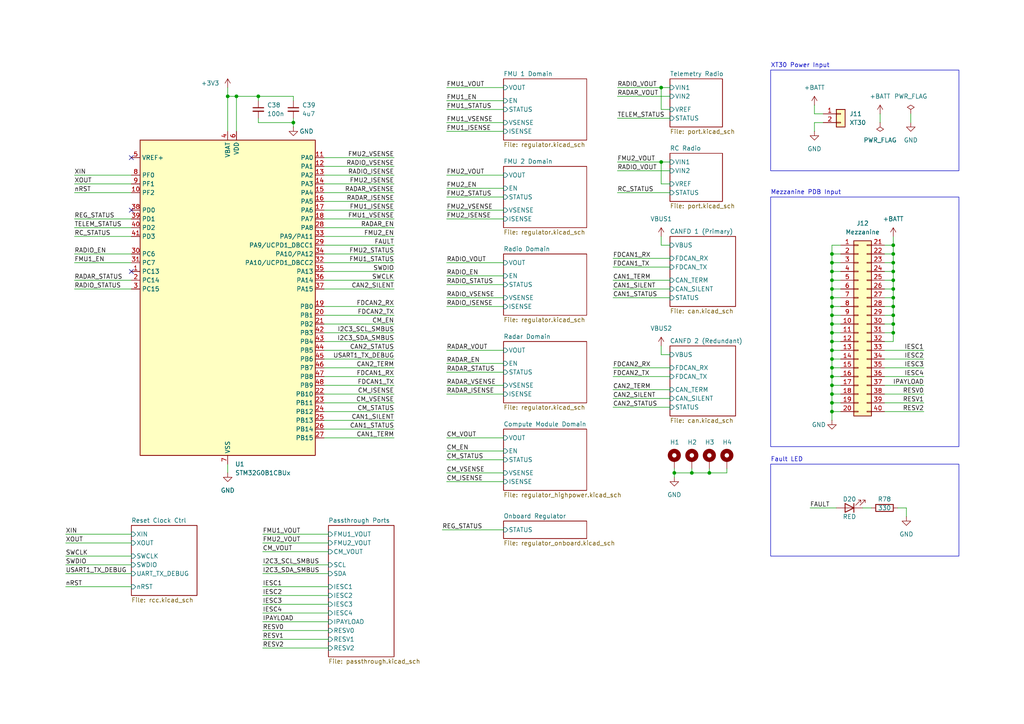
<source format=kicad_sch>
(kicad_sch (version 20250114) (generator "eeschema") (generator_version "9.0")
  (paper "A4")
  (lib_symbols
    (symbol "Connector_Generic:Conn_01x02" (pin_names (offset 1.016) (hide yes))
      (property "Reference" "J" (at 0 2.54 0))
      (property "Value" "Conn_01x02" (at 0 -5.08 0))
      (symbol "Conn_01x02_1_1"
        (rectangle (start -1.27 1.27) (end 1.27 -3.81) (stroke (width 0.254)) (fill (type background)))
        (rectangle (start -1.27 0.127) (end 0 -0.127) (stroke (width 0.1524)))
        (rectangle (start -1.27 -2.413) (end 0 -2.667) (stroke (width 0.1524)))
        (pin passive line (at -5.08 0 0) (length 3.81) (name "Pin_1") (number "1"))
        (pin passive line (at -5.08 -2.54 0) (length 3.81) (name "Pin_2") (number "2"))
      )
    )
    (symbol "Connector_Generic:Conn_02x20_Top_Bottom" (pin_names (offset 1.016) (hide yes))
      (property "Reference" "J" (at 1.27 25.4 0))
      (property "Value" "Conn_02x20_Top_Bottom" (at 1.27 -27.94 0))
      (symbol "Conn_02x20_Top_Bottom_1_1"
        (rectangle (start -1.27 24.13) (end 3.81 -26.67) (stroke (width 0.254)) (fill (type background)))
        (rectangle (start -1.27 22.987) (end 0 22.733) (stroke (width 0.1524)))
        (rectangle (start -1.27 20.447) (end 0 20.193) (stroke (width 0.1524)))
        (rectangle (start -1.27 17.907) (end 0 17.653) (stroke (width 0.1524)))
        (rectangle (start -1.27 15.367) (end 0 15.113) (stroke (width 0.1524)))
        (rectangle (start -1.27 12.827) (end 0 12.573) (stroke (width 0.1524)))
        (rectangle (start -1.27 10.287) (end 0 10.033) (stroke (width 0.1524)))
        (rectangle (start -1.27 7.747) (end 0 7.493) (stroke (width 0.1524)))
        (rectangle (start -1.27 5.207) (end 0 4.953) (stroke (width 0.1524)))
        (rectangle (start -1.27 2.667) (end 0 2.413) (stroke (width 0.1524)))
        (rectangle (start -1.27 0.127) (end 0 -0.127) (stroke (width 0.1524)))
        (rectangle (start -1.27 -2.413) (end 0 -2.667) (stroke (width 0.1524)))
        (rectangle (start -1.27 -4.953) (end 0 -5.207) (stroke (width 0.1524)))
        (rectangle (start -1.27 -7.493) (end 0 -7.747) (stroke (width 0.1524)))
        (rectangle (start -1.27 -10.033) (end 0 -10.287) (stroke (width 0.1524)))
        (rectangle (start -1.27 -12.573) (end 0 -12.827) (stroke (width 0.1524)))
        (rectangle (start -1.27 -15.113) (end 0 -15.367) (stroke (width 0.1524)))
        (rectangle (start -1.27 -17.653) (end 0 -17.907) (stroke (width 0.1524)))
        (rectangle (start -1.27 -20.193) (end 0 -20.447) (stroke (width 0.1524)))
        (rectangle (start -1.27 -22.733) (end 0 -22.987) (stroke (width 0.1524)))
        (rectangle (start -1.27 -25.273) (end 0 -25.527) (stroke (width 0.1524)))
        (rectangle (start 3.81 22.987) (end 2.54 22.733) (stroke (width 0.1524)))
        (rectangle (start 3.81 20.447) (end 2.54 20.193) (stroke (width 0.1524)))
        (rectangle (start 3.81 17.907) (end 2.54 17.653) (stroke (width 0.1524)))
        (rectangle (start 3.81 15.367) (end 2.54 15.113) (stroke (width 0.1524)))
        (rectangle (start 3.81 12.827) (end 2.54 12.573) (stroke (width 0.1524)))
        (rectangle (start 3.81 10.287) (end 2.54 10.033) (stroke (width 0.1524)))
        (rectangle (start 3.81 7.747) (end 2.54 7.493) (stroke (width 0.1524)))
        (rectangle (start 3.81 5.207) (end 2.54 4.953) (stroke (width 0.1524)))
        (rectangle (start 3.81 2.667) (end 2.54 2.413) (stroke (width 0.1524)))
        (rectangle (start 3.81 0.127) (end 2.54 -0.127) (stroke (width 0.1524)))
        (rectangle (start 3.81 -2.413) (end 2.54 -2.667) (stroke (width 0.1524)))
        (rectangle (start 3.81 -4.953) (end 2.54 -5.207) (stroke (width 0.1524)))
        (rectangle (start 3.81 -7.493) (end 2.54 -7.747) (stroke (width 0.1524)))
        (rectangle (start 3.81 -10.033) (end 2.54 -10.287) (stroke (width 0.1524)))
        (rectangle (start 3.81 -12.573) (end 2.54 -12.827) (stroke (width 0.1524)))
        (rectangle (start 3.81 -15.113) (end 2.54 -15.367) (stroke (width 0.1524)))
        (rectangle (start 3.81 -17.653) (end 2.54 -17.907) (stroke (width 0.1524)))
        (rectangle (start 3.81 -20.193) (end 2.54 -20.447) (stroke (width 0.1524)))
        (rectangle (start 3.81 -22.733) (end 2.54 -22.987) (stroke (width 0.1524)))
        (rectangle (start 3.81 -25.273) (end 2.54 -25.527) (stroke (width 0.1524)))
        (pin passive line (at -5.08 22.86 0) (length 3.81) (name "Pin_1") (number "1"))
        (pin passive line (at -5.08 20.32 0) (length 3.81) (name "Pin_2") (number "2"))
        (pin passive line (at -5.08 17.78 0) (length 3.81) (name "Pin_3") (number "3"))
        (pin passive line (at -5.08 15.24 0) (length 3.81) (name "Pin_4") (number "4"))
        (pin passive line (at -5.08 12.7 0) (length 3.81) (name "Pin_5") (number "5"))
        (pin passive line (at -5.08 10.16 0) (length 3.81) (name "Pin_6") (number "6"))
        (pin passive line (at -5.08 7.62 0) (length 3.81) (name "Pin_7") (number "7"))
        (pin passive line (at -5.08 5.08 0) (length 3.81) (name "Pin_8") (number "8"))
        (pin passive line (at -5.08 2.54 0) (length 3.81) (name "Pin_9") (number "9"))
        (pin passive line (at -5.08 0 0) (length 3.81) (name "Pin_10") (number "10"))
        (pin passive line (at -5.08 -2.54 0) (length 3.81) (name "Pin_11") (number "11"))
        (pin passive line (at -5.08 -5.08 0) (length 3.81) (name "Pin_12") (number "12"))
        (pin passive line (at -5.08 -7.62 0) (length 3.81) (name "Pin_13") (number "13"))
        (pin passive line (at -5.08 -10.16 0) (length 3.81) (name "Pin_14") (number "14"))
        (pin passive line (at -5.08 -12.7 0) (length 3.81) (name "Pin_15") (number "15"))
        (pin passive line (at -5.08 -15.24 0) (length 3.81) (name "Pin_16") (number "16"))
        (pin passive line (at -5.08 -17.78 0) (length 3.81) (name "Pin_17") (number "17"))
        (pin passive line (at -5.08 -20.32 0) (length 3.81) (name "Pin_18") (number "18"))
        (pin passive line (at -5.08 -22.86 0) (length 3.81) (name "Pin_19") (number "19"))
        (pin passive line (at -5.08 -25.4 0) (length 3.81) (name "Pin_20") (number "20"))
        (pin passive line (at 7.62 22.86 180) (length 3.81) (name "Pin_21") (number "21"))
        (pin passive line (at 7.62 20.32 180) (length 3.81) (name "Pin_22") (number "22"))
        (pin passive line (at 7.62 17.78 180) (length 3.81) (name "Pin_23") (number "23"))
        (pin passive line (at 7.62 15.24 180) (length 3.81) (name "Pin_24") (number "24"))
        (pin passive line (at 7.62 12.7 180) (length 3.81) (name "Pin_25") (number "25"))
        (pin passive line (at 7.62 10.16 180) (length 3.81) (name "Pin_26") (number "26"))
        (pin passive line (at 7.62 7.62 180) (length 3.81) (name "Pin_27") (number "27"))
        (pin passive line (at 7.62 5.08 180) (length 3.81) (name "Pin_28") (number "28"))
        (pin passive line (at 7.62 2.54 180) (length 3.81) (name "Pin_29") (number "29"))
        (pin passive line (at 7.62 0 180) (length 3.81) (name "Pin_30") (number "30"))
        (pin passive line (at 7.62 -2.54 180) (length 3.81) (name "Pin_31") (number "31"))
        (pin passive line (at 7.62 -5.08 180) (length 3.81) (name "Pin_32") (number "32"))
        (pin passive line (at 7.62 -7.62 180) (length 3.81) (name "Pin_33") (number "33"))
        (pin passive line (at 7.62 -10.16 180) (length 3.81) (name "Pin_34") (number "34"))
        (pin passive line (at 7.62 -12.7 180) (length 3.81) (name "Pin_35") (number "35"))
        (pin passive line (at 7.62 -15.24 180) (length 3.81) (name "Pin_36") (number "36"))
        (pin passive line (at 7.62 -17.78 180) (length 3.81) (name "Pin_37") (number "37"))
        (pin passive line (at 7.62 -20.32 180) (length 3.81) (name "Pin_38") (number "38"))
        (pin passive line (at 7.62 -22.86 180) (length 3.81) (name "Pin_39") (number "39"))
        (pin passive line (at 7.62 -25.4 180) (length 3.81) (name "Pin_40") (number "40"))
      )
    )
    (symbol "Device:C_Small" (pin_numbers (hide yes)) (pin_names (offset 0.254) (hide yes))
      (property "Reference" "C" (at 0.254 1.778 0))
      (property "Value" "C_Small" (at 0.254 -2.032 0))
      (symbol "C_Small_0_1"
        (polyline (pts (xy -1.524 0.508) (xy 1.524 0.508)) (stroke (width 0.3048)))
        (polyline (pts (xy -1.524 -0.508) (xy 1.524 -0.508)) (stroke (width 0.3302)))
      )
      (symbol "C_Small_1_1"
        (pin passive line (at 0 2.54 270) (length 2.032) (name "~") (number "1"))
        (pin passive line (at 0 -2.54 90) (length 2.032) (name "~") (number "2"))
      )
    )
    (symbol "Device:LED" (pin_numbers (hide yes)) (pin_names (offset 1.016) (hide yes))
      (property "Reference" "D" (at 0 2.54 0))
      (property "Value" "LED" (at 0 -2.54 0))
      (symbol "LED_0_1"
        (polyline (pts (xy -3.048 -0.762) (xy -4.572 -2.286) (xy -3.81 -2.286) (xy -4.572 -2.286) (xy -4.572 -1.524)))
        (polyline (pts (xy -1.778 -0.762) (xy -3.302 -2.286) (xy -2.54 -2.286) (xy -3.302 -2.286) (xy -3.302 -1.524)))
        (polyline (pts (xy -1.27 0) (xy 1.27 0)))
        (polyline (pts (xy -1.27 -1.27) (xy -1.27 1.27)) (stroke (width 0.254)))
        (polyline (pts (xy 1.27 -1.27) (xy 1.27 1.27) (xy -1.27 0) (xy 1.27 -1.27)) (stroke (width 0.254)))
      )
      (symbol "LED_1_1"
        (pin passive line (at -3.81 0 0) (length 2.54) (name "K") (number "1"))
        (pin passive line (at 3.81 0 180) (length 2.54) (name "A") (number "2"))
      )
    )
    (symbol "Device:R" (pin_numbers (hide yes)) (pin_names (offset 0))
      (property "Reference" "R" (at 2.032 0 90))
      (property "Value" "R" (at 0 0 90))
      (symbol "R_0_1"
        (rectangle (start -1.016 -2.54) (end 1.016 2.54) (stroke (width 0.254)))
      )
      (symbol "R_1_1"
        (pin passive line (at 0 3.81 270) (length 1.27) (name "~") (number "1"))
        (pin passive line (at 0 -3.81 90) (length 1.27) (name "~") (number "2"))
      )
    )
    (symbol "MCU_ST_STM32G0:STM32G0B1CBUx"
      (property "Reference" "U" (at -25.4 46.99 0))
      (property "Value" "STM32G0B1CBUx" (at 5.08 46.99 0))
      (symbol "STM32G0B1CBUx_0_1"
        (rectangle (start -25.4 -45.72) (end 25.4 45.72) (stroke (width 0.254)) (fill (type background)))
      )
      (symbol "STM32G0B1CBUx_1_1"
        (pin input line (at -27.94 40.64 0) (length 2.54) (name "VREF+") (number "5"))
        (pin bidirectional line (at -27.94 35.56 0) (length 2.54) (name "PF0") (number "8"))
        (pin bidirectional line (at -27.94 33.02 0) (length 2.54) (name "PF1") (number "9"))
        (pin bidirectional line (at -27.94 30.48 0) (length 2.54) (name "PF2") (number "10"))
        (pin bidirectional line (at -27.94 25.4 0) (length 2.54) (name "PD0") (number "38"))
        (pin bidirectional line (at -27.94 22.86 0) (length 2.54) (name "PD1") (number "39"))
        (pin bidirectional line (at -27.94 20.32 0) (length 2.54) (name "PD2") (number "40"))
        (pin bidirectional line (at -27.94 17.78 0) (length 2.54) (name "PD3") (number "41"))
        (pin bidirectional line (at -27.94 12.7 0) (length 2.54) (name "PC6") (number "30"))
        (pin bidirectional line (at -27.94 10.16 0) (length 2.54) (name "PC7") (number "31"))
        (pin bidirectional line (at -27.94 7.62 0) (length 2.54) (name "PC13") (number "1"))
        (pin bidirectional line (at -27.94 5.08 0) (length 2.54) (name "PC14") (number "2"))
        (pin bidirectional line (at -27.94 2.54 0) (length 2.54) (name "PC15") (number "3"))
        (pin power_in line (at 0 48.26 270) (length 2.54) (name "VBAT") (number "4"))
        (pin passive line (at 0 -48.26 90) (length 2.54) (hide yes) (name "VSS") (number "49"))
        (pin power_in line (at 0 -48.26 90) (length 2.54) (name "VSS") (number "7"))
        (pin power_in line (at 2.54 48.26 270) (length 2.54) (name "VDD") (number "6"))
        (pin bidirectional line (at 27.94 40.64 180) (length 2.54) (name "PA0") (number "11"))
        (pin bidirectional line (at 27.94 38.1 180) (length 2.54) (name "PA1") (number "12"))
        (pin bidirectional line (at 27.94 35.56 180) (length 2.54) (name "PA2") (number "13"))
        (pin bidirectional line (at 27.94 33.02 180) (length 2.54) (name "PA3") (number "14"))
        (pin bidirectional line (at 27.94 30.48 180) (length 2.54) (name "PA4") (number "15"))
        (pin bidirectional line (at 27.94 27.94 180) (length 2.54) (name "PA5") (number "16"))
        (pin bidirectional line (at 27.94 25.4 180) (length 2.54) (name "PA6") (number "17"))
        (pin bidirectional line (at 27.94 22.86 180) (length 2.54) (name "PA7") (number "18"))
        (pin bidirectional line (at 27.94 20.32 180) (length 2.54) (name "PA8") (number "28"))
        (pin bidirectional line (at 27.94 17.78 180) (length 2.54) (name "PA9/PA11") (number "33"))
        (pin bidirectional line (at 27.94 15.24 180) (length 2.54) (name "PA9/UCPD1_DBCC1") (number "29"))
        (pin bidirectional line (at 27.94 12.7 180) (length 2.54) (name "PA10/PA12") (number "34"))
        (pin bidirectional line (at 27.94 10.16 180) (length 2.54) (name "PA10/UCPD1_DBCC2") (number "32"))
        (pin bidirectional line (at 27.94 7.62 180) (length 2.54) (name "PA13") (number "35"))
        (pin bidirectional line (at 27.94 5.08 180) (length 2.54) (name "PA14") (number "36"))
        (pin bidirectional line (at 27.94 2.54 180) (length 2.54) (name "PA15") (number "37"))
        (pin bidirectional line (at 27.94 -2.54 180) (length 2.54) (name "PB0") (number "19"))
        (pin bidirectional line (at 27.94 -5.08 180) (length 2.54) (name "PB1") (number "20"))
        (pin bidirectional line (at 27.94 -7.62 180) (length 2.54) (name "PB2") (number "21"))
        (pin bidirectional line (at 27.94 -10.16 180) (length 2.54) (name "PB3") (number "42"))
        (pin bidirectional line (at 27.94 -12.7 180) (length 2.54) (name "PB4") (number "43"))
        (pin bidirectional line (at 27.94 -15.24 180) (length 2.54) (name "PB5") (number "44"))
        (pin bidirectional line (at 27.94 -17.78 180) (length 2.54) (name "PB6") (number "45"))
        (pin bidirectional line (at 27.94 -20.32 180) (length 2.54) (name "PB7") (number "46"))
        (pin bidirectional line (at 27.94 -22.86 180) (length 2.54) (name "PB8") (number "47"))
        (pin bidirectional line (at 27.94 -25.4 180) (length 2.54) (name "PB9") (number "48"))
        (pin bidirectional line (at 27.94 -27.94 180) (length 2.54) (name "PB10") (number "22"))
        (pin bidirectional line (at 27.94 -30.48 180) (length 2.54) (name "PB11") (number "23"))
        (pin bidirectional line (at 27.94 -33.02 180) (length 2.54) (name "PB12") (number "24"))
        (pin bidirectional line (at 27.94 -35.56 180) (length 2.54) (name "PB13") (number "25"))
        (pin bidirectional line (at 27.94 -38.1 180) (length 2.54) (name "PB14") (number "26"))
        (pin bidirectional line (at 27.94 -40.64 180) (length 2.54) (name "PB15") (number "27"))
      )
    )
    (symbol "Mechanical:MountingHole_Pad" (pin_numbers (hide yes)) (pin_names (offset 1.016) (hide yes)) (in_bom no)
      (property "Reference" "H" (at 0 6.35 0))
      (property "Value" "MountingHole_Pad" (at 0 4.445 0))
      (symbol "MountingHole_Pad_0_1"
        (circle (center 0 1.27) (radius 1.27) (stroke (width 1.27)))
      )
      (symbol "MountingHole_Pad_1_1"
        (pin input line (at 0 -2.54 90) (length 2.54) (name "1") (number "1"))
      )
    )
    (symbol "power:+3V3" (power) (pin_numbers (hide yes)) (pin_names (offset 0) (hide yes))
      (property "Value" "+3V3" (at 0 3.556 0))
      (symbol "+3V3_0_1"
        (polyline (pts (xy -0.762 1.27) (xy 0 2.54)))
        (polyline (pts (xy 0 2.54) (xy 0.762 1.27)))
        (polyline (pts (xy 0 0) (xy 0 2.54)))
      )
      (symbol "+3V3_1_1"
        (pin power_in line (at 0 0 90) (length 0) (name "~") (number "1"))
      )
    )
    (symbol "power:+BATT" (power) (pin_numbers (hide yes)) (pin_names (offset 0) (hide yes))
      (property "Value" "+BATT" (at 0 3.556 0))
      (symbol "+BATT_0_1"
        (polyline (pts (xy -0.762 1.27) (xy 0 2.54)))
        (polyline (pts (xy 0 2.54) (xy 0.762 1.27)))
        (polyline (pts (xy 0 0) (xy 0 2.54)))
      )
      (symbol "+BATT_1_1"
        (pin power_in line (at 0 0 90) (length 0) (name "~") (number "1"))
      )
    )
    (symbol "power:GND" (power) (pin_numbers (hide yes)) (pin_names (offset 0) (hide yes))
      (property "Value" "GND" (at 0 -3.81 0))
      (symbol "GND_0_1"
        (polyline (pts (xy 0 0) (xy 0 -1.27) (xy 1.27 -1.27) (xy 0 -2.54) (xy -1.27 -1.27) (xy 0 -1.27)))
      )
      (symbol "GND_1_1"
        (pin power_in line (at 0 0 270) (length 0) (name "~") (number "1"))
      )
    )
    (symbol "power:PWR_FLAG" (power) (pin_numbers (hide yes)) (pin_names (offset 0) (hide yes))
      (property "Value" "PWR_FLAG" (at 0 3.81 0))
      (symbol "PWR_FLAG_0_0"
        (pin power_out line (at 0 0 90) (length 0) (name "~") (number "1"))
      )
      (symbol "PWR_FLAG_0_1"
        (polyline (pts (xy 0 0) (xy 0 1.27) (xy -1.016 1.905) (xy 0 2.54) (xy 1.016 1.905) (xy 0 1.27)))
      )
    )
    (symbol "power:VBUS" (power) (pin_numbers (hide yes)) (pin_names (offset 0) (hide yes))
      (property "Value" "VBUS" (at 0 3.556 0))
      (symbol "VBUS_0_1"
        (polyline (pts (xy -0.762 1.27) (xy 0 2.54)))
        (polyline (pts (xy 0 2.54) (xy 0.762 1.27)))
        (polyline (pts (xy 0 0) (xy 0 2.54)))
      )
      (symbol "VBUS_1_1"
        (pin power_in line (at 0 0 90) (length 0) (name "~") (number "1"))
      )
    )
  )
  (rectangle (start 223.52 57.15) (end 278.13 129.54))
  (rectangle (start 223.52 134.62) (end 278.13 161.29))
  (rectangle (start 223.52 20.32) (end 278.13 49.53))
  (text "Fault LED" (at 223.52 133.35 0) (effects (font (size 1.27 1.27)) (justify left)))
  (text "XT30 Power Input" (at 223.52 19.05 0) (effects (font (size 1.27 1.27)) (justify left)))
  (text "Mezzanine PDB Input" (at 223.52 55.88 0) (effects (font (size 1.27 1.27)) (justify left)))
  (junction (at 241.3 78.74))
  (junction (at 241.3 81.28))
  (junction (at 241.3 104.14))
  (junction (at 241.3 111.76))
  (junction (at 241.3 119.38))
  (junction (at 241.3 91.44))
  (junction (at 74.93 27.94))
  (junction (at 241.3 106.68))
  (junction (at 241.3 73.66))
  (junction (at 191.77 46.99))
  (junction (at 259.08 78.74))
  (junction (at 195.58 137.16))
  (junction (at 259.08 81.28))
  (junction (at 241.3 86.36))
  (junction (at 241.3 83.82))
  (junction (at 66.04 27.94))
  (junction (at 68.58 27.94))
  (junction (at 259.08 88.9))
  (junction (at 205.74 137.16))
  (junction (at 241.3 99.06))
  (junction (at 259.08 73.66))
  (junction (at 259.08 96.52))
  (junction (at 259.08 76.2))
  (junction (at 241.3 88.9))
  (junction (at 241.3 116.84))
  (junction (at 241.3 93.98))
  (junction (at 259.08 91.44))
  (junction (at 259.08 93.98))
  (junction (at 241.3 96.52))
  (junction (at 85.09 35.56))
  (junction (at 200.66 137.16))
  (junction (at 191.77 25.4))
  (junction (at 241.3 109.22))
  (junction (at 259.08 83.82))
  (junction (at 241.3 114.3))
  (junction (at 241.3 76.2))
  (junction (at 259.08 71.12))
  (junction (at 241.3 101.6))
  (junction (at 259.08 86.36))
  (no_connect (at 38.1 60.96))
  (no_connect (at 38.1 45.72))
  (no_connect (at 38.1 78.74))
  (wire (pts (xy 93.98 127) (xy 114.3 127)))
  (wire (pts (xy 250.19 147.32) (xy 252.73 147.32)))
  (wire (pts (xy 256.54 96.52) (xy 259.08 96.52)))
  (wire (pts (xy 93.98 109.22) (xy 114.3 109.22)))
  (wire (pts (xy 93.98 104.14) (xy 114.3 104.14)))
  (wire (pts (xy 241.3 96.52) (xy 243.84 96.52)))
  (wire (pts (xy 191.77 100.33) (xy 191.77 102.87)))
  (wire (pts (xy 93.98 45.72) (xy 114.3 45.72)))
  (wire (pts (xy 68.58 27.94) (xy 68.58 38.1)))
  (wire (pts (xy 241.3 83.82) (xy 241.3 86.36)))
  (wire (pts (xy 129.54 105.41) (xy 146.05 105.41)))
  (wire (pts (xy 259.08 99.06) (xy 256.54 99.06)))
  (wire (pts (xy 74.93 27.94) (xy 85.09 27.94)))
  (wire (pts (xy 21.59 66.04) (xy 38.1 66.04)))
  (wire (pts (xy 129.54 101.6) (xy 146.05 101.6)))
  (wire (pts (xy 129.54 139.7) (xy 146.05 139.7)))
  (wire (pts (xy 129.54 107.95) (xy 146.05 107.95)))
  (wire (pts (xy 259.08 68.58) (xy 259.08 71.12)))
  (wire (pts (xy 241.3 106.68) (xy 243.84 106.68)))
  (wire (pts (xy 76.2 177.8) (xy 95.25 177.8)))
  (wire (pts (xy 259.08 86.36) (xy 259.08 88.9)))
  (wire (pts (xy 19.05 154.94) (xy 38.1 154.94)))
  (wire (pts (xy 191.77 71.12) (xy 194.31 71.12)))
  (wire (pts (xy 259.08 83.82) (xy 259.08 86.36)))
  (wire (pts (xy 259.08 88.9) (xy 259.08 91.44)))
  (wire (pts (xy 85.09 34.29) (xy 85.09 35.56)))
  (wire (pts (xy 128.27 153.67) (xy 146.05 153.67)))
  (wire (pts (xy 195.58 137.16) (xy 195.58 138.43)))
  (wire (pts (xy 241.3 78.74) (xy 243.84 78.74)))
  (wire (pts (xy 93.98 111.76) (xy 114.3 111.76)))
  (wire (pts (xy 259.08 73.66) (xy 259.08 76.2)))
  (wire (pts (xy 21.59 83.82) (xy 38.1 83.82)))
  (wire (pts (xy 194.31 31.75) (xy 191.77 31.75)))
  (wire (pts (xy 93.98 71.12) (xy 114.3 71.12)))
  (wire (pts (xy 177.8 113.03) (xy 194.31 113.03)))
  (wire (pts (xy 259.08 93.98) (xy 256.54 93.98)))
  (wire (pts (xy 129.54 137.16) (xy 146.05 137.16)))
  (wire (pts (xy 74.93 35.56) (xy 74.93 34.29)))
  (wire (pts (xy 76.2 163.83) (xy 95.25 163.83)))
  (wire (pts (xy 76.2 166.37) (xy 95.25 166.37)))
  (wire (pts (xy 21.59 68.58) (xy 38.1 68.58)))
  (wire (pts (xy 177.8 83.82) (xy 194.31 83.82)))
  (wire (pts (xy 179.07 49.53) (xy 194.31 49.53)))
  (wire (pts (xy 191.77 31.75) (xy 191.77 25.4)))
  (wire (pts (xy 241.3 116.84) (xy 241.3 119.38)))
  (wire (pts (xy 243.84 114.3) (xy 241.3 114.3)))
  (wire (pts (xy 129.54 29.21) (xy 146.05 29.21)))
  (wire (pts (xy 93.98 68.58) (xy 114.3 68.58)))
  (wire (pts (xy 66.04 25.4) (xy 66.04 27.94)))
  (wire (pts (xy 191.77 68.58) (xy 191.77 71.12)))
  (wire (pts (xy 21.59 73.66) (xy 38.1 73.66)))
  (wire (pts (xy 241.3 88.9) (xy 243.84 88.9)))
  (wire (pts (xy 195.58 137.16) (xy 200.66 137.16)))
  (wire (pts (xy 241.3 104.14) (xy 241.3 106.68)))
  (wire (pts (xy 241.3 109.22) (xy 241.3 111.76)))
  (wire (pts (xy 179.07 55.88) (xy 194.31 55.88)))
  (wire (pts (xy 256.54 73.66) (xy 259.08 73.66)))
  (wire (pts (xy 85.09 35.56) (xy 74.93 35.56)))
  (wire (pts (xy 262.89 147.32) (xy 262.89 149.86)))
  (wire (pts (xy 243.84 119.38) (xy 241.3 119.38)))
  (wire (pts (xy 243.84 116.84) (xy 241.3 116.84)))
  (wire (pts (xy 93.98 63.5) (xy 114.3 63.5)))
  (wire (pts (xy 243.84 83.82) (xy 241.3 83.82)))
  (wire (pts (xy 179.07 46.99) (xy 191.77 46.99)))
  (wire (pts (xy 259.08 81.28) (xy 259.08 83.82)))
  (wire (pts (xy 200.66 135.89) (xy 200.66 137.16)))
  (wire (pts (xy 76.2 172.72) (xy 95.25 172.72)))
  (wire (pts (xy 129.54 35.56) (xy 146.05 35.56)))
  (wire (pts (xy 129.54 133.35) (xy 146.05 133.35)))
  (wire (pts (xy 259.08 93.98) (xy 259.08 96.52)))
  (wire (pts (xy 243.84 71.12) (xy 241.3 71.12)))
  (wire (pts (xy 259.08 71.12) (xy 256.54 71.12)))
  (wire (pts (xy 76.2 182.88) (xy 95.25 182.88)))
  (wire (pts (xy 241.3 99.06) (xy 241.3 101.6)))
  (wire (pts (xy 210.82 137.16) (xy 210.82 135.89)))
  (wire (pts (xy 200.66 137.16) (xy 205.74 137.16)))
  (wire (pts (xy 93.98 119.38) (xy 114.3 119.38)))
  (wire (pts (xy 243.84 111.76) (xy 241.3 111.76)))
  (wire (pts (xy 259.08 91.44) (xy 259.08 93.98)))
  (wire (pts (xy 241.3 111.76) (xy 241.3 114.3)))
  (wire (pts (xy 129.54 57.15) (xy 146.05 57.15)))
  (wire (pts (xy 241.3 71.12) (xy 241.3 73.66)))
  (wire (pts (xy 129.54 31.75) (xy 146.05 31.75)))
  (wire (pts (xy 241.3 93.98) (xy 243.84 93.98)))
  (wire (pts (xy 241.3 99.06) (xy 243.84 99.06)))
  (wire (pts (xy 93.98 58.42) (xy 114.3 58.42)))
  (wire (pts (xy 129.54 63.5) (xy 146.05 63.5)))
  (wire (pts (xy 68.58 27.94) (xy 74.93 27.94)))
  (wire (pts (xy 129.54 38.1) (xy 146.05 38.1)))
  (wire (pts (xy 177.8 86.36) (xy 194.31 86.36)))
  (wire (pts (xy 241.3 104.14) (xy 243.84 104.14)))
  (wire (pts (xy 93.98 88.9) (xy 114.3 88.9)))
  (wire (pts (xy 177.8 115.57) (xy 194.31 115.57)))
  (wire (pts (xy 177.8 74.93) (xy 194.31 74.93)))
  (wire (pts (xy 93.98 91.44) (xy 114.3 91.44)))
  (wire (pts (xy 66.04 134.62) (xy 66.04 137.16)))
  (wire (pts (xy 93.98 106.68) (xy 114.3 106.68)))
  (wire (pts (xy 93.98 53.34) (xy 114.3 53.34)))
  (wire (pts (xy 256.54 106.68) (xy 267.97 106.68)))
  (wire (pts (xy 76.2 170.18) (xy 95.25 170.18)))
  (wire (pts (xy 93.98 93.98) (xy 114.3 93.98)))
  (wire (pts (xy 241.3 106.68) (xy 241.3 109.22)))
  (wire (pts (xy 241.3 114.3) (xy 241.3 116.84)))
  (wire (pts (xy 191.77 53.34) (xy 191.77 46.99)))
  (wire (pts (xy 21.59 81.28) (xy 38.1 81.28)))
  (wire (pts (xy 256.54 76.2) (xy 259.08 76.2)))
  (wire (pts (xy 177.8 109.22) (xy 194.31 109.22)))
  (wire (pts (xy 129.54 130.81) (xy 146.05 130.81)))
  (wire (pts (xy 256.54 81.28) (xy 259.08 81.28)))
  (wire (pts (xy 256.54 119.38) (xy 267.97 119.38)))
  (wire (pts (xy 256.54 116.84) (xy 267.97 116.84)))
  (wire (pts (xy 241.3 81.28) (xy 243.84 81.28)))
  (wire (pts (xy 85.09 35.56) (xy 85.09 36.83)))
  (wire (pts (xy 76.2 175.26) (xy 95.25 175.26)))
  (wire (pts (xy 129.54 60.96) (xy 146.05 60.96)))
  (wire (pts (xy 76.2 180.34) (xy 95.25 180.34)))
  (wire (pts (xy 76.2 157.48) (xy 95.25 157.48)))
  (wire (pts (xy 256.54 109.22) (xy 267.97 109.22)))
  (wire (pts (xy 93.98 99.06) (xy 114.3 99.06)))
  (wire (pts (xy 259.08 96.52) (xy 259.08 99.06)))
  (wire (pts (xy 93.98 50.8) (xy 114.3 50.8)))
  (wire (pts (xy 85.09 27.94) (xy 85.09 29.21)))
  (wire (pts (xy 93.98 73.66) (xy 114.3 73.66)))
  (wire (pts (xy 191.77 102.87) (xy 194.31 102.87)))
  (wire (pts (xy 93.98 124.46) (xy 114.3 124.46)))
  (wire (pts (xy 195.58 135.89) (xy 195.58 137.16)))
  (wire (pts (xy 129.54 88.9) (xy 146.05 88.9)))
  (wire (pts (xy 236.22 30.48) (xy 236.22 33.02)))
  (wire (pts (xy 66.04 27.94) (xy 68.58 27.94)))
  (wire (pts (xy 256.54 104.14) (xy 267.97 104.14)))
  (wire (pts (xy 205.74 137.16) (xy 210.82 137.16)))
  (wire (pts (xy 129.54 127) (xy 146.05 127)))
  (wire (pts (xy 21.59 55.88) (xy 38.1 55.88)))
  (wire (pts (xy 256.54 114.3) (xy 267.97 114.3)))
  (wire (pts (xy 241.3 91.44) (xy 243.84 91.44)))
  (wire (pts (xy 19.05 166.37) (xy 38.1 166.37)))
  (wire (pts (xy 93.98 116.84) (xy 114.3 116.84)))
  (wire (pts (xy 260.35 147.32) (xy 262.89 147.32)))
  (wire (pts (xy 191.77 46.99) (xy 194.31 46.99)))
  (wire (pts (xy 241.3 109.22) (xy 243.84 109.22)))
  (wire (pts (xy 74.93 27.94) (xy 74.93 29.21)))
  (wire (pts (xy 241.3 76.2) (xy 243.84 76.2)))
  (wire (pts (xy 259.08 76.2) (xy 259.08 78.74)))
  (wire (pts (xy 177.8 118.11) (xy 194.31 118.11)))
  (wire (pts (xy 241.3 86.36) (xy 243.84 86.36)))
  (wire (pts (xy 234.95 147.32) (xy 242.57 147.32)))
  (wire (pts (xy 241.3 73.66) (xy 243.84 73.66)))
  (wire (pts (xy 241.3 86.36) (xy 241.3 88.9)))
  (wire (pts (xy 241.3 101.6) (xy 241.3 104.14)))
  (wire (pts (xy 241.3 96.52) (xy 241.3 99.06)))
  (wire (pts (xy 76.2 160.02) (xy 95.25 160.02)))
  (wire (pts (xy 205.74 135.89) (xy 205.74 137.16)))
  (wire (pts (xy 19.05 170.18) (xy 38.1 170.18)))
  (wire (pts (xy 129.54 82.55) (xy 146.05 82.55)))
  (wire (pts (xy 93.98 76.2) (xy 114.3 76.2)))
  (wire (pts (xy 93.98 78.74) (xy 114.3 78.74)))
  (wire (pts (xy 19.05 157.48) (xy 38.1 157.48)))
  (wire (pts (xy 241.3 91.44) (xy 241.3 93.98)))
  (wire (pts (xy 76.2 187.96) (xy 95.25 187.96)))
  (wire (pts (xy 19.05 163.83) (xy 38.1 163.83)))
  (wire (pts (xy 129.54 80.01) (xy 146.05 80.01)))
  (wire (pts (xy 264.16 35.56) (xy 264.16 33.02)))
  (wire (pts (xy 93.98 121.92) (xy 114.3 121.92)))
  (wire (pts (xy 241.3 119.38) (xy 241.3 121.92)))
  (wire (pts (xy 129.54 76.2) (xy 146.05 76.2)))
  (wire (pts (xy 256.54 78.74) (xy 259.08 78.74)))
  (wire (pts (xy 255.27 33.02) (xy 255.27 35.56)))
  (wire (pts (xy 21.59 63.5) (xy 38.1 63.5)))
  (wire (pts (xy 241.3 78.74) (xy 241.3 81.28)))
  (wire (pts (xy 93.98 114.3) (xy 114.3 114.3)))
  (wire (pts (xy 179.07 34.29) (xy 194.31 34.29)))
  (wire (pts (xy 259.08 71.12) (xy 259.08 73.66)))
  (wire (pts (xy 259.08 78.74) (xy 259.08 81.28)))
  (wire (pts (xy 179.07 27.94) (xy 194.31 27.94)))
  (wire (pts (xy 93.98 83.82) (xy 114.3 83.82)))
  (wire (pts (xy 256.54 111.76) (xy 267.97 111.76)))
  (wire (pts (xy 177.8 77.47) (xy 194.31 77.47)))
  (wire (pts (xy 191.77 25.4) (xy 194.31 25.4)))
  (wire (pts (xy 256.54 88.9) (xy 259.08 88.9)))
  (wire (pts (xy 256.54 91.44) (xy 259.08 91.44)))
  (wire (pts (xy 241.3 88.9) (xy 241.3 91.44)))
  (wire (pts (xy 256.54 86.36) (xy 259.08 86.36)))
  (wire (pts (xy 21.59 76.2) (xy 38.1 76.2)))
  (wire (pts (xy 93.98 81.28) (xy 114.3 81.28)))
  (wire (pts (xy 236.22 35.56) (xy 238.76 35.56)))
  (wire (pts (xy 19.05 161.29) (xy 38.1 161.29)))
  (wire (pts (xy 76.2 185.42) (xy 95.25 185.42)))
  (wire (pts (xy 177.8 106.68) (xy 194.31 106.68)))
  (wire (pts (xy 241.3 101.6) (xy 243.84 101.6)))
  (wire (pts (xy 129.54 54.61) (xy 146.05 54.61)))
  (wire (pts (xy 236.22 33.02) (xy 238.76 33.02)))
  (wire (pts (xy 259.08 83.82) (xy 256.54 83.82)))
  (wire (pts (xy 129.54 86.36) (xy 146.05 86.36)))
  (wire (pts (xy 93.98 60.96) (xy 114.3 60.96)))
  (wire (pts (xy 179.07 25.4) (xy 191.77 25.4)))
  (wire (pts (xy 129.54 50.8) (xy 146.05 50.8)))
  (wire (pts (xy 177.8 81.28) (xy 194.31 81.28)))
  (wire (pts (xy 93.98 101.6) (xy 114.3 101.6)))
  (wire (pts (xy 93.98 55.88) (xy 114.3 55.88)))
  (wire (pts (xy 129.54 25.4) (xy 146.05 25.4)))
  (wire (pts (xy 93.98 96.52) (xy 114.3 96.52)))
  (wire (pts (xy 241.3 73.66) (xy 241.3 76.2)))
  (wire (pts (xy 76.2 154.94) (xy 95.25 154.94)))
  (wire (pts (xy 256.54 101.6) (xy 267.97 101.6)))
  (wire (pts (xy 236.22 38.1) (xy 236.22 35.56)))
  (wire (pts (xy 21.59 50.8) (xy 38.1 50.8)))
  (wire (pts (xy 93.98 48.26) (xy 114.3 48.26)))
  (wire (pts (xy 241.3 93.98) (xy 241.3 96.52)))
  (wire (pts (xy 129.54 114.3) (xy 146.05 114.3)))
  (wire (pts (xy 21.59 53.34) (xy 38.1 53.34)))
  (wire (pts (xy 241.3 76.2) (xy 241.3 78.74)))
  (wire (pts (xy 93.98 66.04) (xy 114.3 66.04)))
  (wire (pts (xy 241.3 81.28) (xy 241.3 83.82)))
  (wire (pts (xy 66.04 38.1) (xy 66.04 27.94)))
  (wire (pts (xy 129.54 111.76) (xy 146.05 111.76)))
  (wire (pts (xy 194.31 53.34) (xy 191.77 53.34)))
  (label "CAN1_STATUS" (at 177.8 86.36 0))
  (label "RADIO_EN" (at 21.59 73.66 0))
  (label "RESV1" (at 267.97 116.84 180))
  (label "CAN2_STATUS" (at 114.3 101.6 180))
  (label "SWCLK" (at 114.3 81.28 180))
  (label "CM_STATUS" (at 114.3 119.38 180))
  (label "FDCAN2_TX" (at 114.3 91.44 180))
  (label "CAN2_STATUS" (at 177.8 118.11 0))
  (label "FMU1_ISENSE" (at 129.54 38.1 0))
  (label "XOUT" (at 21.59 53.34 0))
  (label "FMU2_VSENSE" (at 114.3 45.72 180))
  (label "IESC2" (at 267.97 104.14 180))
  (label "FDCAN2_TX" (at 177.8 109.22 0))
  (label "FMU1_EN" (at 129.54 29.21 0))
  (label "RADIO_VOUT" (at 179.07 49.53 0))
  (label "RESV2" (at 76.2 187.96 0))
  (label "RADAR_VSENSE" (at 114.3 55.88 180))
  (label "RESV2" (at 267.97 119.38 180))
  (label "FMU2_STATUS" (at 114.3 73.66 180))
  (label "IESC1" (at 267.97 101.6 180))
  (label "nRST" (at 19.05 170.18 0))
  (label "FDCAN2_RX" (at 177.8 106.68 0))
  (label "CAN2_TERM" (at 177.8 113.03 0))
  (label "FMU1_VSENSE" (at 129.54 35.56 0))
  (label "FMU1_VOUT" (at 76.2 154.94 0))
  (label "FMU1_STATUS" (at 129.54 31.75 0))
  (label "CM_ISENSE" (at 114.3 114.3 180))
  (label "CAN1_STATUS" (at 114.3 124.46 180))
  (label "FMU2_ISENSE" (at 114.3 53.34 180))
  (label "CAN1_SILENT" (at 177.8 83.82 0))
  (label "RADIO_ISENSE" (at 129.54 88.9 0))
  (label "IESC2" (at 76.2 172.72 0))
  (label "IESC1" (at 76.2 170.18 0))
  (label "TELEM_STATUS" (at 21.59 66.04 0))
  (label "CAN2_TERM" (at 114.3 106.68 180))
  (label "nRST" (at 21.59 55.88 0))
  (label "I2C3_SCL_SMBUS" (at 76.2 163.83 0))
  (label "I2C3_SDA_SMBUS" (at 114.3 99.06 180))
  (label "RADAR_ISENSE" (at 129.54 114.3 0))
  (label "XIN" (at 19.05 154.94 0))
  (label "FMU1_VOUT" (at 129.54 25.4 0))
  (label "SWDIO" (at 114.3 78.74 180))
  (label "RADIO_STATUS" (at 21.59 83.82 0))
  (label "FMU1_STATUS" (at 114.3 76.2 180))
  (label "FDCAN2_RX" (at 114.3 88.9 180))
  (label "FDCAN1_TX" (at 114.3 111.76 180))
  (label "RC_STATUS" (at 21.59 68.58 0))
  (label "IESC3" (at 76.2 175.26 0))
  (label "I2C3_SCL_SMBUS" (at 114.3 96.52 180))
  (label "FDCAN1_RX" (at 177.8 74.93 0))
  (label "CM_VSENSE" (at 114.3 116.84 180))
  (label "XIN" (at 21.59 50.8 0))
  (label "IESC3" (at 267.97 106.68 180))
  (label "FDCAN1_RX" (at 114.3 109.22 180))
  (label "XOUT" (at 19.05 157.48 0))
  (label "CM_VOUT" (at 76.2 160.02 0))
  (label "CM_VSENSE" (at 129.54 137.16 0))
  (label "FDCAN1_TX" (at 177.8 77.47 0))
  (label "SWCLK" (at 19.05 161.29 0))
  (label "FMU2_STATUS" (at 129.54 57.15 0))
  (label "FMU2_ISENSE" (at 129.54 63.5 0))
  (label "RADAR_VOUT" (at 179.07 27.94 0))
  (label "REG_STATUS" (at 21.59 63.5 0))
  (label "IPAYLOAD" (at 76.2 180.34 0))
  (label "CM_ISENSE" (at 129.54 139.7 0))
  (label "RADIO_VSENSE" (at 114.3 48.26 180))
  (label "IESC4" (at 267.97 109.22 180))
  (label "CM_VOUT" (at 129.54 127 0))
  (label "RADAR_STATUS" (at 21.59 81.28 0))
  (label "I2C3_SDA_SMBUS" (at 76.2 166.37 0))
  (label "CAN2_SILENT" (at 177.8 115.57 0))
  (label "SWDIO" (at 19.05 163.83 0))
  (label "RADAR_VOUT" (at 129.54 101.6 0))
  (label "REG_STATUS" (at 128.27 153.67 0))
  (label "CM_EN" (at 114.3 93.98 180))
  (label "RADIO_EN" (at 129.54 80.01 0))
  (label "RADIO_ISENSE" (at 114.3 50.8 180))
  (label "FMU1_EN" (at 21.59 76.2 0))
  (label "CM_STATUS" (at 129.54 133.35 0))
  (label "FMU2_VOUT" (at 76.2 157.48 0))
  (label "RADAR_ISENSE" (at 114.3 58.42 180))
  (label "FMU2_EN" (at 114.3 68.58 180))
  (label "RADIO_STATUS" (at 129.54 82.55 0))
  (label "CAN1_SILENT" (at 114.3 121.92 180))
  (label "TELEM_STATUS" (at 179.07 34.29 0))
  (label "FMU2_VOUT" (at 179.07 46.99 0))
  (label "FAULT" (at 234.95 147.32 0))
  (label "RADIO_VOUT" (at 129.54 76.2 0))
  (label "FMU2_VOUT" (at 129.54 50.8 0))
  (label "IPAYLOAD" (at 267.97 111.76 180))
  (label "RADAR_VSENSE" (at 129.54 111.76 0))
  (label "RADIO_VSENSE" (at 129.54 86.36 0))
  (label "FMU2_VSENSE" (at 129.54 60.96 0))
  (label "RC_STATUS" (at 179.07 55.88 0))
  (label "FAULT" (at 114.3 71.12 180))
  (label "FMU1_ISENSE" (at 114.3 60.96 180))
  (label "RADAR_EN" (at 114.3 66.04 180))
  (label "USART1_TX_DEBUG" (at 19.05 166.37 0))
  (label "IESC4" (at 76.2 177.8 0))
  (label "RADAR_EN" (at 129.54 105.41 0))
  (label "RADAR_STATUS" (at 129.54 107.95 0))
  (label "FMU2_EN" (at 129.54 54.61 0))
  (label "RESV0" (at 267.97 114.3 180))
  (label "FMU1_VSENSE" (at 114.3 63.5 180))
  (label "RESV0" (at 76.2 182.88 0))
  (label "RADIO_VOUT" (at 179.07 25.4 0))
  (label "CAN1_TERM" (at 114.3 127 180))
  (label "CAN2_SILENT" (at 114.3 83.82 180))
  (label "USART1_TX_DEBUG" (at 114.3 104.14 180))
  (label "CM_EN" (at 129.54 130.81 0))
  (label "RESV1" (at 76.2 185.42 0))
  (label "CAN1_TERM" (at 177.8 81.28 0))
  (symbol (lib_id "power:GND") (at 241.3 121.92 0) (unit 1)
    (property "Reference" "#PWR0154" (effects (hide yes)))
    (property "Value" "GND" (at 237.49 123.19 0))
    (property "Description" "Power symbol creates a global label with name \"GND\" , ground" (effects (hide yes)))
  )
  (symbol (lib_id "Connector_Generic:Conn_01x02") (at 243.84 33.02 0) (unit 1)
    (property "Reference" "J11" (at 246.38 33.0199 0) (effects (justify left)))
    (property "Value" "XT30" (at 246.38 35.5599 0) (effects (justify left)))
    (property "Footprint" "Connector_AMASS:AMASS_XT30PW-M_1x02_P2.50mm_Horizontal" (effects (hide yes)))
    (property "Description" "Generic connector, single row, 01x02, script generated (kicad-library-utils/schlib/autogen/connector/)" (effects (hide yes)))
  )
  (symbol (lib_id "power:GND") (at 66.04 137.16 0) (unit 1)
    (property "Reference" "#PWR01" (effects (hide yes)))
    (property "Value" "GND" (at 66.04 142.24 0))
    (property "Description" "Power symbol creates a global label with name \"GND\" , ground" (effects (hide yes)))
  )
  (symbol (lib_id "power:VBUS") (at 191.77 100.33 0) (unit 1)
    (property "Reference" "#PWR0136" (effects (hide yes)))
    (property "Value" "VBUS2" (at 191.77 95.25 0))
    (property "Description" "Power symbol creates a global label with name \"VBUS\"" (effects (hide yes)))
  )
  (symbol (lib_id "Device:C_Small") (at 85.09 31.75 0) (unit 1)
    (property "Reference" "C39" (at 87.63 30.4862 0) (effects (justify left)))
    (property "Value" "4u7" (at 87.63 33.0262 0) (effects (justify left)))
    (property "Footprint" "Capacitor_SMD:C_0402_1005Metric" (effects (hide yes)))
    (property "Description" "Unpolarized capacitor, small symbol" (effects (hide yes)))
  )
  (symbol (lib_id "Device:LED") (at 246.38 147.32 180) (unit 1)
    (property "Reference" "D20" (at 246.38 144.78 0))
    (property "Value" "RED" (at 246.38 149.86 0))
    (property "Footprint" "LED_SMD:LED_0603_1608Metric" (effects (hide yes)))
    (property "Description" "Light emitting diode" (effects (hide yes)))
    (property "Sim.Pins" "1=K 2=A" (effects (hide yes)))
  )
  (symbol (lib_id "power:+BATT") (at 255.27 33.02 0) (unit 1)
    (property "Reference" "#PWR0126" (effects (hide yes)))
    (property "Value" "+BATT" (at 255.27 27.94 0))
    (property "Description" "Power symbol creates a global label with name \"+BATT\"" (effects (hide yes)))
  )
  (symbol (lib_id "Connector_Generic:Conn_02x20_Top_Bottom") (at 248.92 93.98 0) (unit 1)
    (property "Reference" "J12" (at 250.19 64.77 0))
    (property "Value" "Mezzanine" (at 250.19 67.31 0))
    (property "Footprint" "528850474:CON_528850474_MOL" (effects (hide yes)))
    (property "Description" "Generic connector, double row, 02x20, top/bottom pin numbering scheme (row 1: 1...pins_per_row, row2: pins_per_row+1 ... num_pins), script generated (kicad-library-utils/schlib/autogen/connector/)" (effects (hide yes)))
  )
  (symbol (lib_id "power:GND") (at 264.16 35.56 0) (unit 1)
    (property "Reference" "#PWR0127" (effects (hide yes)))
    (property "Value" "GND" (at 264.16 40.64 0))
    (property "Description" "Power symbol creates a global label with name \"GND\" , ground" (effects (hide yes)))
  )
  (symbol (lib_id "MCU_ST_STM32G0:STM32G0B1CBUx") (at 66.04 86.36 0) (unit 1)
    (property "Reference" "U1" (at 68.1833 134.62 0) (effects (justify left)))
    (property "Value" "STM32G0B1CBUx" (at 68.1833 137.16 0) (effects (justify left)))
    (property "Footprint" "Package_DFN_QFN:QFN-48-1EP_7x7mm_P0.5mm_EP5.6x5.6mm" (effects (hide yes)))
    (property "Datasheet" "https://www.st.com/resource/en/datasheet/stm32g0b1cb.pdf" (effects (hide yes)))
    (property "Description" "STMicroelectronics Arm Cortex-M0+ MCU, 128KB flash, 144KB RAM, 64 MHz, 1.7-3.6V, 44 GPIO, UFQFPN48" (effects (hide yes)))
  )
  (symbol (lib_id "power:GND") (at 85.09 36.83 0) (unit 1)
    (property "Reference" "#PWR0116" (effects (hide yes)))
    (property "Value" "GND" (at 88.9 38.1 0))
    (property "Description" "Power symbol creates a global label with name \"GND\" , ground" (effects (hide yes)))
  )
  (symbol (lib_id "Mechanical:MountingHole_Pad") (at 210.82 133.35 0) (unit 1) (in_bom no)
    (property "Reference" "H4" (at 209.55 128.27 0) (effects (justify left)))
    (property "Value" "MountingHole_Pad" (effects (hide yes)))
    (property "Footprint" "MountingHole:MountingHole_3.2mm_M3_Pad_Via" (effects (hide yes)))
    (property "Description" "Mounting Hole with connection" (effects (hide yes)))
  )
  (symbol (lib_id "power:VBUS") (at 191.77 68.58 0) (unit 1)
    (property "Reference" "#PWR0130" (effects (hide yes)))
    (property "Value" "VBUS1" (at 191.77 63.5 0))
    (property "Description" "Power symbol creates a global label with name \"VBUS\"" (effects (hide yes)))
  )
  (symbol (lib_id "Device:C_Small") (at 74.93 31.75 0) (unit 1)
    (property "Reference" "C38" (at 77.47 30.4862 0) (effects (justify left)))
    (property "Value" "100n" (at 77.47 33.0262 0) (effects (justify left)))
    (property "Footprint" "Capacitor_SMD:C_0402_1005Metric" (effects (hide yes)))
    (property "Description" "Unpolarized capacitor, small symbol" (effects (hide yes)))
  )
  (symbol (lib_id "Mechanical:MountingHole_Pad") (at 195.58 133.35 0) (unit 1) (in_bom no)
    (property "Reference" "H1" (at 194.31 128.27 0) (effects (justify left)))
    (property "Value" "MountingHole_Pad" (effects (hide yes)))
    (property "Footprint" "MountingHole:MountingHole_3.2mm_M3_Pad_Via" (effects (hide yes)))
    (property "Description" "Mounting Hole with connection" (effects (hide yes)))
  )
  (symbol (lib_id "Mechanical:MountingHole_Pad") (at 200.66 133.35 0) (unit 1) (in_bom no)
    (property "Reference" "H2" (at 199.39 128.27 0) (effects (justify left)))
    (property "Value" "MountingHole_Pad" (effects (hide yes)))
    (property "Footprint" "MountingHole:MountingHole_3.2mm_M3_Pad_Via" (effects (hide yes)))
    (property "Description" "Mounting Hole with connection" (effects (hide yes)))
  )
  (symbol (lib_id "power:+3V3") (at 66.04 25.4 0) (unit 1)
    (property "Reference" "#PWR0165" (effects (hide yes)))
    (property "Value" "+3V3" (at 60.96 24.13 0))
    (property "Description" "Power symbol creates a global label with name \"+3V3\"" (effects (hide yes)))
  )
  (symbol (lib_id "Mechanical:MountingHole_Pad") (at 205.74 133.35 0) (unit 1) (in_bom no)
    (property "Reference" "H3" (at 204.47 128.27 0) (effects (justify left)))
    (property "Value" "MountingHole_Pad" (effects (hide yes)))
    (property "Footprint" "MountingHole:MountingHole_3.2mm_M3_Pad_Via" (effects (hide yes)))
    (property "Description" "Mounting Hole with connection" (effects (hide yes)))
  )
  (symbol (lib_id "Device:R") (at 256.54 147.32 90) (unit 1)
    (property "Reference" "R78" (at 256.54 144.78 90))
    (property "Value" "330" (at 256.54 147.32 90))
    (property "Footprint" "Resistor_SMD:R_0402_1005Metric" (effects (hide yes)))
    (property "Description" "Resistor" (effects (hide yes)))
  )
  (symbol (lib_id "power:+BATT") (at 259.08 68.58 0) (unit 1)
    (property "Reference" "#PWR0152" (effects (hide yes)))
    (property "Value" "+BATT" (at 259.08 63.5 0))
    (property "Description" "Power symbol creates a global label with name \"+BATT\"" (effects (hide yes)))
  )
  (symbol (lib_id "power:GND") (at 236.22 38.1 0) (unit 1)
    (property "Reference" "#PWR0125" (effects (hide yes)))
    (property "Value" "GND" (at 236.22 43.18 0))
    (property "Description" "Power symbol creates a global label with name \"GND\" , ground" (effects (hide yes)))
  )
  (symbol (lib_id "power:GND") (at 262.89 149.86 0) (unit 1)
    (property "Reference" "#PWR0164" (effects (hide yes)))
    (property "Value" "GND" (at 262.89 154.94 0))
    (property "Description" "Power symbol creates a global label with name \"GND\" , ground" (effects (hide yes)))
  )
  (symbol (lib_id "power:PWR_FLAG") (at 255.27 35.56 180) (unit 1)
    (property "Reference" "#FLG01" (effects (hide yes)))
    (property "Value" "PWR_FLAG" (at 255.27 40.64 0))
    (property "Description" "Special symbol for telling ERC where power comes from" (effects (hide yes)))
  )
  (symbol (lib_id "power:+BATT") (at 236.22 30.48 0) (unit 1)
    (property "Reference" "#PWR0124" (effects (hide yes)))
    (property "Value" "+BATT" (at 236.22 25.4 0))
    (property "Description" "Power symbol creates a global label with name \"+BATT\"" (effects (hide yes)))
  )
  (symbol (lib_id "power:PWR_FLAG") (at 264.16 33.02 0) (unit 1)
    (property "Reference" "#FLG02" (effects (hide yes)))
    (property "Value" "PWR_FLAG" (at 264.16 27.94 0))
    (property "Description" "Special symbol for telling ERC where power comes from" (effects (hide yes)))
  )
  (symbol (lib_id "power:GND") (at 195.58 138.43 0) (unit 1)
    (property "Reference" "#PWR078" (effects (hide yes)))
    (property "Value" "GND" (at 195.58 143.51 0))
    (property "Description" "Power symbol creates a global label with name \"GND\" , ground" (effects (hide yes)))
  )
  (sheet (at 38.1 152.4) (size 19.05 20.32) (stroke (width 0.1524))
    (property "Sheetname" "Reset Clock Ctrl" (at 38.1 151.6884 0) (effects (justify left bottom)))
    (property "Sheetfile" "rcc.kicad_sch" (at 38.1 173.3046 0) (effects (justify left top)))
    (pin "nRST" input (at 38.1 170.18 180))
    (pin "SWCLK" input (at 38.1 161.29 180))
    (pin "SWDIO" input (at 38.1 163.83 180))
    (pin "UART_TX_DEBUG" input (at 38.1 166.37 180))
    (pin "XIN" input (at 38.1 154.94 180))
    (pin "XOUT" input (at 38.1 157.48 180))
  )
  (sheet (at 194.31 68.58) (size 19.05 20.32) (stroke (width 0.1524))
    (property "Sheetname" "CANFD 1 (Primary)" (at 194.31 67.8684 0) (effects (justify left bottom)))
    (property "Sheetfile" "can.kicad_sch" (at 194.31 89.4846 0) (effects (justify left top)))
    (pin "FDCAN_RX" input (at 194.31 74.93 180))
    (pin "FDCAN_TX" input (at 194.31 77.47 180))
    (pin "STATUS" input (at 194.31 86.36 180))
    (pin "CAN_SILENT" input (at 194.31 83.82 180))
    (pin "CAN_TERM" input (at 194.31 81.28 180))
    (pin "VBUS" input (at 194.31 71.12 180))
  )
  (sheet (at 194.31 22.86) (size 15.24 13.97) (stroke (width 0.1524))
    (property "Sheetname" "Telemetry Radio" (at 194.31 22.1484 0) (effects (justify left bottom)))
    (property "Sheetfile" "port.kicad_sch" (at 194.31 37.4146 0) (effects (justify left top)))
    (pin "STATUS" input (at 194.31 34.29 180))
    (pin "VIN1" input (at 194.31 25.4 180))
    (pin "VIN2" input (at 194.31 27.94 180))
    (pin "VREF" input (at 194.31 31.75 180))
  )
  (sheet (at 95.25 152.4) (size 19.05 38.1) (stroke (width 0.1524))
    (property "Sheetname" "Passthrough Ports" (at 95.25 151.6884 0) (effects (justify left bottom)))
    (property "Sheetfile" "passthrough.kicad_sch" (at 95.25 191.0846 0) (effects (justify left top)))
    (pin "CM_VOUT" input (at 95.25 160.02 180))
    (pin "FMU1_VOUT" input (at 95.25 154.94 180))
    (pin "FMU2_VOUT" input (at 95.25 157.48 180))
    (pin "IESC1" input (at 95.25 170.18 180))
    (pin "IESC2" input (at 95.25 172.72 180))
    (pin "IESC3" input (at 95.25 175.26 180))
    (pin "IESC4" input (at 95.25 177.8 180))
    (pin "IPAYLOAD" input (at 95.25 180.34 180))
    (pin "RESV0" input (at 95.25 182.88 180))
    (pin "RESV1" input (at 95.25 185.42 180))
    (pin "RESV2" input (at 95.25 187.96 180))
    (pin "SCL" input (at 95.25 163.83 180))
    (pin "SDA" input (at 95.25 166.37 180))
  )
  (sheet (at 146.05 48.26) (size 24.13 17.78) (stroke (width 0.1524))
    (property "Sheetname" "FMU 2 Domain" (at 146.05 47.5484 0) (effects (justify left bottom)))
    (property "Sheetfile" "regulator.kicad_sch" (at 146.05 66.6246 0) (effects (justify left top)))
    (pin "EN" input (at 146.05 54.61 180))
    (pin "ISENSE" input (at 146.05 63.5 180))
    (pin "STATUS" input (at 146.05 57.15 180))
    (pin "VOUT" input (at 146.05 50.8 180))
    (pin "VSENSE" input (at 146.05 60.96 180))
  )
  (sheet (at 194.31 44.45) (size 15.24 13.97) (stroke (width 0.1524))
    (property "Sheetname" "RC Radio" (at 194.31 43.7384 0) (effects (justify left bottom)))
    (property "Sheetfile" "port.kicad_sch" (at 194.31 59.0046 0) (effects (justify left top)))
    (pin "STATUS" input (at 194.31 55.88 180))
    (pin "VIN1" input (at 194.31 46.99 180))
    (pin "VIN2" input (at 194.31 49.53 180))
    (pin "VREF" input (at 194.31 53.34 180))
  )
  (sheet (at 146.05 151.13) (size 24.13 5.08) (stroke (width 0.1524))
    (property "Sheetname" "Onboard Regulator" (at 146.05 150.4184 0) (effects (justify left bottom)))
    (property "Sheetfile" "regulator_onboard.kicad_sch" (at 146.05 156.7946 0) (effects (justify left top)))
    (pin "STATUS" input (at 146.05 153.67 180))
  )
  (sheet (at 194.31 100.33) (size 19.05 20.32) (stroke (width 0.1524))
    (property "Sheetname" "CANFD 2 (Redundant)" (at 194.31 99.6184 0) (effects (justify left bottom)))
    (property "Sheetfile" "can.kicad_sch" (at 194.31 121.2346 0) (effects (justify left top)))
    (pin "FDCAN_RX" input (at 194.31 106.68 180))
    (pin "FDCAN_TX" input (at 194.31 109.22 180))
    (pin "STATUS" input (at 194.31 118.11 180))
    (pin "CAN_SILENT" input (at 194.31 115.57 180))
    (pin "CAN_TERM" input (at 194.31 113.03 180))
    (pin "VBUS" input (at 194.31 102.87 180))
  )
  (sheet (at 146.05 73.66) (size 24.13 17.78) (stroke (width 0.1524))
    (property "Sheetname" "Radio Domain" (at 146.05 72.9484 0) (effects (justify left bottom)))
    (property "Sheetfile" "regulator.kicad_sch" (at 146.05 92.0246 0) (effects (justify left top)))
    (pin "EN" input (at 146.05 80.01 180))
    (pin "ISENSE" input (at 146.05 88.9 180))
    (pin "STATUS" input (at 146.05 82.55 180))
    (pin "VOUT" input (at 146.05 76.2 180))
    (pin "VSENSE" input (at 146.05 86.36 180))
  )
  (sheet (at 146.05 99.06) (size 24.13 17.78) (stroke (width 0.1524))
    (property "Sheetname" "Radar Domain" (at 146.05 98.3484 0) (effects (justify left bottom)))
    (property "Sheetfile" "regulator.kicad_sch" (at 146.05 117.4246 0) (effects (justify left top)))
    (pin "EN" input (at 146.05 105.41 180))
    (pin "ISENSE" input (at 146.05 114.3 180))
    (pin "STATUS" input (at 146.05 107.95 180))
    (pin "VOUT" input (at 146.05 101.6 180))
    (pin "VSENSE" input (at 146.05 111.76 180))
  )
  (sheet (at 146.05 124.46) (size 24.13 17.78) (stroke (width 0.1524))
    (property "Sheetname" "Compute Module Domain" (at 146.05 123.7484 0) (effects (justify left bottom)))
    (property "Sheetfile" "regulator_highpower.kicad_sch" (at 146.05 142.8246 0) (effects (justify left top)))
    (pin "EN" input (at 146.05 130.81 180))
    (pin "ISENSE" input (at 146.05 139.7 180))
    (pin "STATUS" input (at 146.05 133.35 180))
    (pin "VOUT" input (at 146.05 127 180))
    (pin "VSENSE" input (at 146.05 137.16 180))
  )
  (sheet (at 146.05 22.86) (size 24.13 17.78) (stroke (width 0.1524))
    (property "Sheetname" "FMU 1 Domain" (at 146.05 22.1484 0) (effects (justify left bottom)))
    (property "Sheetfile" "regulator.kicad_sch" (at 146.05 41.2246 0) (effects (justify left top)))
    (pin "EN" input (at 146.05 29.21 180))
    (pin "ISENSE" input (at 146.05 38.1 180))
    (pin "STATUS" input (at 146.05 31.75 180))
    (pin "VOUT" input (at 146.05 25.4 180))
    (pin "VSENSE" input (at 146.05 35.56 180))
  )
)
</source>
